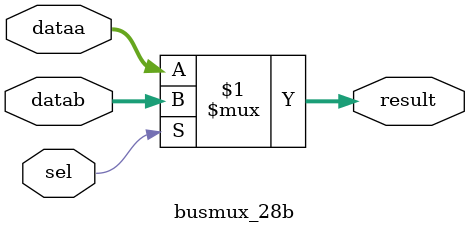
<source format=v>



module busmux_28b(sel,dataa,datab,result);
input sel;
input [27:0] dataa;
input [27:0] datab;
output [27:0] result;

assign	result=sel?datab:dataa;

endmodule

</source>
